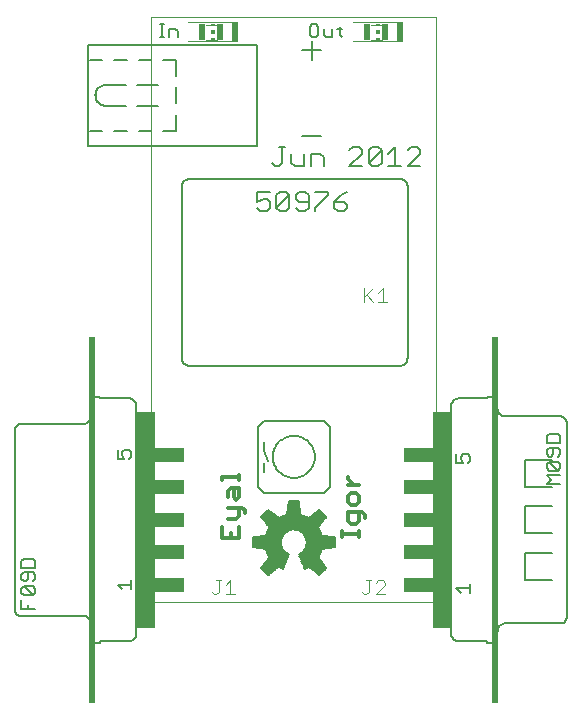
<source format=gto>
G75*
G70*
%OFA0B0*%
%FSLAX24Y24*%
%IPPOS*%
%LPD*%
%AMOC8*
5,1,8,0,0,1.08239X$1,22.5*
%
%ADD10C,0.0060*%
%ADD11C,0.0130*%
%ADD12C,0.0000*%
%ADD13C,0.0050*%
%ADD14R,0.0200X1.2200*%
%ADD15R,0.0984X0.0472*%
%ADD16R,0.0630X0.7244*%
%ADD17C,0.0040*%
%ADD18C,0.0080*%
%ADD19R,0.0118X0.0059*%
%ADD20R,0.0118X0.0118*%
%ADD21R,0.0236X0.0531*%
%ADD22R,0.1634X0.0030*%
%ADD23R,0.0049X0.0591*%
%ADD24R,0.0197X0.0591*%
%ADD25C,0.0070*%
%ADD26C,0.0059*%
D10*
X002780Y002700D02*
X002980Y002700D01*
X002980Y002750D01*
X003930Y002750D01*
X003960Y002752D01*
X003990Y002757D01*
X004019Y002766D01*
X004046Y002779D01*
X004072Y002794D01*
X004096Y002813D01*
X004117Y002834D01*
X004136Y002858D01*
X004151Y002884D01*
X004164Y002911D01*
X004173Y002940D01*
X004178Y002970D01*
X004180Y003000D01*
X004180Y002993D02*
X004180Y010607D01*
X004180Y010600D02*
X004178Y010630D01*
X004173Y010660D01*
X004164Y010689D01*
X004151Y010716D01*
X004136Y010742D01*
X004117Y010766D01*
X004096Y010787D01*
X004072Y010806D01*
X004046Y010821D01*
X004019Y010834D01*
X003990Y010843D01*
X003960Y010848D01*
X003930Y010850D01*
X002980Y010850D01*
X002980Y010900D01*
X002780Y010900D01*
X002659Y010250D02*
X002657Y010220D01*
X002652Y010190D01*
X002643Y010161D01*
X002630Y010134D01*
X002615Y010108D01*
X002596Y010084D01*
X002575Y010063D01*
X002551Y010044D01*
X002525Y010029D01*
X002498Y010016D01*
X002469Y010007D01*
X002439Y010002D01*
X002409Y010000D01*
X000330Y010000D01*
X000304Y009998D01*
X000278Y009993D01*
X000253Y009985D01*
X000230Y009973D01*
X000208Y009959D01*
X000189Y009941D01*
X000171Y009922D01*
X000157Y009900D01*
X000145Y009877D01*
X000137Y009852D01*
X000132Y009826D01*
X000130Y009800D01*
X000130Y003800D01*
X000132Y003774D01*
X000137Y003748D01*
X000145Y003723D01*
X000157Y003700D01*
X000171Y003678D01*
X000189Y003659D01*
X000208Y003641D01*
X000230Y003627D01*
X000253Y003615D01*
X000278Y003607D01*
X000304Y003602D01*
X000330Y003600D01*
X002409Y003600D01*
X002439Y003598D01*
X002469Y003593D01*
X002498Y003584D01*
X002525Y003571D01*
X002551Y003556D01*
X002575Y003537D01*
X002596Y003516D01*
X002615Y003492D01*
X002630Y003466D01*
X002643Y003439D01*
X002652Y003410D01*
X002657Y003380D01*
X002659Y003350D01*
X008317Y017080D02*
X008210Y017187D01*
X008317Y017080D02*
X008530Y017080D01*
X008637Y017187D01*
X008637Y017400D01*
X008530Y017507D01*
X008424Y017507D01*
X008210Y017400D01*
X008210Y017721D01*
X008637Y017721D01*
X008855Y017614D02*
X008961Y017721D01*
X009175Y017721D01*
X009282Y017614D01*
X008855Y017187D01*
X008961Y017080D01*
X009175Y017080D01*
X009282Y017187D01*
X009282Y017614D01*
X009499Y017614D02*
X009499Y017507D01*
X009606Y017400D01*
X009926Y017400D01*
X009926Y017187D02*
X009819Y017080D01*
X009606Y017080D01*
X009499Y017187D01*
X009499Y017614D02*
X009606Y017721D01*
X009819Y017721D01*
X009926Y017614D01*
X009926Y017187D01*
X010144Y017187D02*
X010144Y017080D01*
X010144Y017187D02*
X010571Y017614D01*
X010571Y017721D01*
X010144Y017721D01*
X010788Y017400D02*
X010788Y017187D01*
X010895Y017080D01*
X011108Y017080D01*
X011215Y017187D01*
X011215Y017294D01*
X011108Y017400D01*
X010788Y017400D01*
X011002Y017614D01*
X011215Y017721D01*
X011288Y018580D02*
X011715Y019007D01*
X011715Y019114D01*
X011608Y019221D01*
X011395Y019221D01*
X011288Y019114D01*
X011288Y018580D02*
X011715Y018580D01*
X011933Y018687D02*
X012360Y019114D01*
X012360Y018687D01*
X012253Y018580D01*
X012040Y018580D01*
X011933Y018687D01*
X011933Y019114D01*
X012040Y019221D01*
X012253Y019221D01*
X012360Y019114D01*
X012577Y019007D02*
X012791Y019221D01*
X012791Y018580D01*
X013004Y018580D02*
X012577Y018580D01*
X013222Y018580D02*
X013649Y019007D01*
X013649Y019114D01*
X013542Y019221D01*
X013329Y019221D01*
X013222Y019114D01*
X013222Y018580D02*
X013649Y018580D01*
X010426Y018580D02*
X010426Y018900D01*
X010319Y019007D01*
X009999Y019007D01*
X009999Y018580D01*
X009782Y018580D02*
X009782Y019007D01*
X009782Y018580D02*
X009461Y018580D01*
X009355Y018687D01*
X009355Y019007D01*
X009137Y019221D02*
X008924Y019221D01*
X009030Y019221D02*
X009030Y018687D01*
X008924Y018580D01*
X008817Y018580D01*
X008710Y018687D01*
X008855Y017614D02*
X008855Y017187D01*
X014680Y010607D02*
X014680Y002993D01*
X014680Y003000D02*
X014682Y002970D01*
X014687Y002940D01*
X014696Y002911D01*
X014709Y002884D01*
X014724Y002858D01*
X014743Y002834D01*
X014764Y002813D01*
X014788Y002794D01*
X014814Y002779D01*
X014841Y002766D01*
X014870Y002757D01*
X014900Y002752D01*
X014930Y002750D01*
X015880Y002750D01*
X015880Y002700D01*
X016080Y002700D01*
X016224Y003100D02*
X016226Y003130D01*
X016231Y003160D01*
X016240Y003189D01*
X016253Y003216D01*
X016268Y003242D01*
X016287Y003266D01*
X016308Y003287D01*
X016332Y003306D01*
X016358Y003321D01*
X016385Y003334D01*
X016414Y003343D01*
X016444Y003348D01*
X016474Y003350D01*
X018324Y003350D01*
X018350Y003352D01*
X018376Y003357D01*
X018401Y003365D01*
X018424Y003377D01*
X018446Y003391D01*
X018465Y003409D01*
X018483Y003428D01*
X018497Y003450D01*
X018509Y003473D01*
X018517Y003498D01*
X018522Y003524D01*
X018524Y003550D01*
X018524Y010050D01*
X018522Y010076D01*
X018517Y010102D01*
X018509Y010127D01*
X018497Y010150D01*
X018483Y010172D01*
X018465Y010191D01*
X018446Y010209D01*
X018424Y010223D01*
X018401Y010235D01*
X018376Y010243D01*
X018350Y010248D01*
X018324Y010250D01*
X016474Y010250D01*
X016444Y010252D01*
X016414Y010257D01*
X016385Y010266D01*
X016358Y010279D01*
X016332Y010294D01*
X016308Y010313D01*
X016287Y010334D01*
X016268Y010358D01*
X016253Y010384D01*
X016240Y010411D01*
X016231Y010440D01*
X016226Y010470D01*
X016224Y010500D01*
X015880Y010850D02*
X014930Y010850D01*
X014900Y010848D01*
X014870Y010843D01*
X014841Y010834D01*
X014814Y010821D01*
X014788Y010806D01*
X014764Y010787D01*
X014743Y010766D01*
X014724Y010742D01*
X014709Y010716D01*
X014696Y010689D01*
X014687Y010660D01*
X014682Y010630D01*
X014680Y010600D01*
X015880Y010850D02*
X015880Y010900D01*
X016080Y010900D01*
X017124Y008800D02*
X018024Y008800D01*
X018024Y007900D02*
X017124Y007900D01*
X017124Y008800D01*
X017124Y007250D02*
X018024Y007250D01*
X018024Y006350D02*
X017124Y006350D01*
X017124Y007250D01*
X017124Y005700D02*
X018024Y005700D01*
X018024Y004800D02*
X017124Y004800D01*
X017124Y005700D01*
D11*
X011805Y006857D02*
X011805Y006952D01*
X011710Y007047D01*
X011235Y007047D01*
X011235Y006762D01*
X011330Y006667D01*
X011520Y006667D01*
X011615Y006762D01*
X011615Y007047D01*
X011520Y007311D02*
X011615Y007406D01*
X011615Y007597D01*
X011520Y007692D01*
X011330Y007692D01*
X011235Y007597D01*
X011235Y007406D01*
X011330Y007311D01*
X011520Y007311D01*
X011615Y007956D02*
X011235Y007956D01*
X011425Y007956D02*
X011235Y008146D01*
X011235Y008241D01*
X011045Y006427D02*
X011045Y006237D01*
X011045Y006332D02*
X011615Y006332D01*
X011615Y006237D02*
X011615Y006427D01*
X007805Y007018D02*
X007805Y007113D01*
X007710Y007208D01*
X007235Y007208D01*
X007235Y007568D02*
X007235Y007758D01*
X007330Y007853D01*
X007615Y007853D01*
X007615Y007568D01*
X007520Y007472D01*
X007425Y007568D01*
X007425Y007853D01*
X007615Y008117D02*
X007615Y008307D01*
X007615Y008212D02*
X007045Y008212D01*
X007045Y008117D01*
X007615Y007208D02*
X007615Y006923D01*
X007520Y006828D01*
X007235Y006828D01*
X007045Y006564D02*
X007045Y006183D01*
X007615Y006183D01*
X007615Y006564D01*
X007330Y006373D02*
X007330Y006183D01*
D12*
X004680Y004050D02*
X014180Y004050D01*
X014180Y023550D01*
X004680Y023550D01*
X004680Y004050D01*
D13*
X004013Y004494D02*
X004013Y004795D01*
X004013Y004644D02*
X003562Y004644D01*
X003712Y004494D01*
X000805Y004511D02*
X000805Y004360D01*
X000730Y004285D01*
X000430Y004586D01*
X000730Y004586D01*
X000805Y004511D01*
X000730Y004285D02*
X000430Y004285D01*
X000355Y004360D01*
X000355Y004511D01*
X000430Y004586D01*
X000430Y004746D02*
X000355Y004821D01*
X000355Y004971D01*
X000430Y005046D01*
X000730Y005046D01*
X000805Y004971D01*
X000805Y004821D01*
X000730Y004746D01*
X000580Y004821D02*
X000580Y005046D01*
X000580Y004821D02*
X000505Y004746D01*
X000430Y004746D01*
X000355Y005206D02*
X000355Y005431D01*
X000430Y005506D01*
X000730Y005506D01*
X000805Y005431D01*
X000805Y005206D01*
X000355Y005206D01*
X000355Y004125D02*
X000355Y003825D01*
X000805Y003825D01*
X000580Y003825D02*
X000580Y003975D01*
X003562Y008827D02*
X003788Y008827D01*
X003712Y008977D01*
X003712Y009052D01*
X003788Y009127D01*
X003938Y009127D01*
X004013Y009052D01*
X004013Y008902D01*
X003938Y008827D01*
X003562Y008827D02*
X003562Y009127D01*
X014847Y008983D02*
X014847Y008683D01*
X015072Y008683D01*
X014997Y008833D01*
X014997Y008908D01*
X015072Y008983D01*
X015222Y008983D01*
X015297Y008908D01*
X015297Y008758D01*
X015222Y008683D01*
X017858Y008669D02*
X017933Y008744D01*
X018233Y008444D01*
X018308Y008519D01*
X018308Y008669D01*
X018233Y008744D01*
X017933Y008744D01*
X017858Y008669D02*
X017858Y008519D01*
X017933Y008444D01*
X018233Y008444D01*
X018308Y008284D02*
X017858Y008284D01*
X018008Y008134D01*
X017858Y007983D01*
X018308Y007983D01*
X018233Y008904D02*
X018308Y008979D01*
X018308Y009129D01*
X018233Y009204D01*
X017933Y009204D01*
X017858Y009129D01*
X017858Y008979D01*
X017933Y008904D01*
X018008Y008904D01*
X018083Y008979D01*
X018083Y009204D01*
X017858Y009365D02*
X018308Y009365D01*
X018308Y009590D01*
X018233Y009665D01*
X017933Y009665D01*
X017858Y009590D01*
X017858Y009365D01*
X015297Y004676D02*
X015297Y004375D01*
X015297Y004525D02*
X014847Y004525D01*
X014997Y004375D01*
D14*
X016141Y006800D03*
X002719Y006800D03*
D15*
X005271Y006800D03*
X005271Y005720D03*
X005271Y004640D03*
X005271Y007880D03*
X005271Y008960D03*
X013589Y008960D03*
X013589Y007880D03*
X013589Y006800D03*
X013589Y005720D03*
X013589Y004640D03*
D16*
X014357Y006800D03*
X004503Y006800D03*
D17*
X006700Y004397D02*
X006777Y004320D01*
X006853Y004320D01*
X006930Y004397D01*
X006930Y004780D01*
X006853Y004780D02*
X007007Y004780D01*
X007160Y004627D02*
X007314Y004780D01*
X007314Y004320D01*
X007467Y004320D02*
X007160Y004320D01*
X011700Y004397D02*
X011777Y004320D01*
X011853Y004320D01*
X011930Y004397D01*
X011930Y004780D01*
X011853Y004780D02*
X012007Y004780D01*
X012160Y004704D02*
X012237Y004780D01*
X012391Y004780D01*
X012467Y004704D01*
X012467Y004627D01*
X012160Y004320D01*
X012467Y004320D01*
X012393Y014070D02*
X012393Y014530D01*
X012240Y014377D01*
X012086Y014530D02*
X011779Y014223D01*
X011856Y014300D02*
X012086Y014070D01*
X012240Y014070D02*
X012547Y014070D01*
X011779Y014070D02*
X011779Y014530D01*
X011993Y022804D02*
X012357Y022804D01*
X012357Y023296D02*
X012003Y023296D01*
X006857Y023296D02*
X006503Y023296D01*
X006493Y022804D02*
X006857Y022804D01*
D18*
X005499Y022131D02*
X005499Y021606D01*
X005499Y021212D02*
X005499Y020688D01*
X005499Y020294D02*
X005499Y019769D01*
X005076Y019769D01*
X004682Y019769D02*
X004259Y019769D01*
X003865Y019769D02*
X003442Y019769D01*
X003048Y019769D02*
X002625Y019769D01*
X002586Y019257D02*
X005715Y019257D01*
X005944Y018160D02*
X012983Y018160D01*
X013012Y018158D01*
X013040Y018153D01*
X013068Y018144D01*
X013095Y018133D01*
X013119Y018118D01*
X013142Y018100D01*
X013163Y018079D01*
X013181Y018056D01*
X013196Y018032D01*
X013207Y018005D01*
X013216Y017977D01*
X013221Y017949D01*
X013223Y017920D01*
X013223Y012180D01*
X013221Y012151D01*
X013216Y012123D01*
X013207Y012095D01*
X013196Y012068D01*
X013181Y012044D01*
X013163Y012021D01*
X013142Y012000D01*
X013119Y011982D01*
X013095Y011967D01*
X013068Y011956D01*
X013040Y011947D01*
X013012Y011942D01*
X012983Y011940D01*
X005944Y011940D01*
X005915Y011942D01*
X005887Y011947D01*
X005859Y011956D01*
X005832Y011967D01*
X005808Y011982D01*
X005785Y012000D01*
X005764Y012021D01*
X005746Y012044D01*
X005731Y012068D01*
X005720Y012095D01*
X005711Y012123D01*
X005706Y012151D01*
X005704Y012180D01*
X005704Y017920D01*
X005706Y017949D01*
X005711Y017977D01*
X005720Y018005D01*
X005731Y018032D01*
X005746Y018056D01*
X005764Y018079D01*
X005785Y018100D01*
X005808Y018118D01*
X005832Y018133D01*
X005859Y018144D01*
X005887Y018153D01*
X005915Y018158D01*
X005944Y018160D01*
X007586Y019257D02*
X008215Y019257D01*
X008215Y019887D01*
X008215Y019257D02*
X008215Y022643D01*
X008215Y022013D01*
X008215Y022643D02*
X002586Y022643D01*
X002586Y019257D01*
X008215Y019257D01*
X009720Y019587D02*
X010334Y019587D01*
X010027Y022143D02*
X010027Y022757D01*
X009720Y022450D02*
X010334Y022450D01*
X005499Y022131D02*
X005078Y022131D01*
X004684Y022131D02*
X004264Y022131D01*
X003870Y022131D02*
X003449Y022131D01*
X003055Y022131D02*
X002635Y022131D01*
X003137Y021304D02*
X003826Y021304D01*
X004219Y021304D02*
X004908Y021304D01*
X004908Y020596D02*
X004219Y020596D01*
X003826Y020596D02*
X003137Y020596D01*
X003136Y020595D02*
X003100Y020602D01*
X003064Y020612D01*
X003030Y020625D01*
X002997Y020642D01*
X002966Y020663D01*
X002937Y020686D01*
X002911Y020713D01*
X002888Y020742D01*
X002868Y020773D01*
X002851Y020806D01*
X002838Y020841D01*
X002829Y020876D01*
X002823Y020913D01*
X002821Y020950D01*
X002823Y020987D01*
X002829Y021024D01*
X002838Y021059D01*
X002851Y021094D01*
X002868Y021127D01*
X002888Y021158D01*
X002911Y021187D01*
X002937Y021214D01*
X002966Y021237D01*
X002997Y021258D01*
X003030Y021275D01*
X003064Y021288D01*
X003100Y021298D01*
X003136Y021305D01*
X008430Y010100D02*
X008580Y010100D01*
X010280Y010100D01*
X010430Y010100D01*
X010630Y009900D01*
X010630Y009300D01*
X010630Y009293D02*
X010630Y008500D01*
X010630Y007900D01*
X010430Y007700D01*
X010280Y007700D01*
X008580Y007700D01*
X008430Y007700D01*
X008230Y007900D01*
X008230Y008500D01*
X008230Y009305D01*
X008230Y009300D02*
X008230Y009900D01*
X008430Y010100D01*
X008430Y009400D02*
X008430Y009100D01*
X008580Y008750D01*
X008430Y008700D02*
X008430Y008400D01*
X008730Y008900D02*
X008732Y008952D01*
X008738Y009004D01*
X008748Y009056D01*
X008761Y009106D01*
X008778Y009156D01*
X008799Y009204D01*
X008824Y009250D01*
X008852Y009294D01*
X008883Y009336D01*
X008917Y009376D01*
X008954Y009413D01*
X008994Y009447D01*
X009036Y009478D01*
X009080Y009506D01*
X009126Y009531D01*
X009174Y009552D01*
X009224Y009569D01*
X009274Y009582D01*
X009326Y009592D01*
X009378Y009598D01*
X009430Y009600D01*
X009482Y009598D01*
X009534Y009592D01*
X009586Y009582D01*
X009636Y009569D01*
X009686Y009552D01*
X009734Y009531D01*
X009780Y009506D01*
X009824Y009478D01*
X009866Y009447D01*
X009906Y009413D01*
X009943Y009376D01*
X009977Y009336D01*
X010008Y009294D01*
X010036Y009250D01*
X010061Y009204D01*
X010082Y009156D01*
X010099Y009106D01*
X010112Y009056D01*
X010122Y009004D01*
X010128Y008952D01*
X010130Y008900D01*
X010128Y008848D01*
X010122Y008796D01*
X010112Y008744D01*
X010099Y008694D01*
X010082Y008644D01*
X010061Y008596D01*
X010036Y008550D01*
X010008Y008506D01*
X009977Y008464D01*
X009943Y008424D01*
X009906Y008387D01*
X009866Y008353D01*
X009824Y008322D01*
X009780Y008294D01*
X009734Y008269D01*
X009686Y008248D01*
X009636Y008231D01*
X009586Y008218D01*
X009534Y008208D01*
X009482Y008202D01*
X009430Y008200D01*
X009378Y008202D01*
X009326Y008208D01*
X009274Y008218D01*
X009224Y008231D01*
X009174Y008248D01*
X009126Y008269D01*
X009080Y008294D01*
X009036Y008322D01*
X008994Y008353D01*
X008954Y008387D01*
X008917Y008424D01*
X008883Y008464D01*
X008852Y008506D01*
X008824Y008550D01*
X008799Y008596D01*
X008778Y008644D01*
X008761Y008694D01*
X008748Y008744D01*
X008738Y008796D01*
X008732Y008848D01*
X008730Y008900D01*
D19*
X006739Y022814D03*
X006739Y023286D03*
X012239Y023286D03*
X012239Y022814D03*
D20*
X012239Y023050D03*
X006739Y023050D03*
D21*
X006975Y023050D03*
X006385Y023050D03*
X011885Y023050D03*
X012475Y023050D03*
D22*
X012249Y022740D03*
X012249Y023360D03*
X006749Y023360D03*
X006749Y022740D03*
D23*
X005957Y023050D03*
X011457Y023050D03*
D24*
X012967Y023050D03*
X007467Y023050D03*
D25*
X005559Y023100D02*
X005559Y022885D01*
X005559Y023100D02*
X005487Y023172D01*
X005272Y023172D01*
X005272Y022885D01*
X005108Y022885D02*
X004965Y022885D01*
X005037Y022885D02*
X005037Y023315D01*
X005108Y023315D02*
X004965Y023315D01*
X009965Y023244D02*
X009965Y022957D01*
X010037Y022885D01*
X010180Y022885D01*
X010252Y022957D01*
X010252Y023244D01*
X010180Y023315D01*
X010037Y023315D01*
X009965Y023244D01*
X010425Y023172D02*
X010425Y022957D01*
X010497Y022885D01*
X010712Y022885D01*
X010712Y023172D01*
X010886Y023172D02*
X011029Y023172D01*
X010958Y023244D02*
X010958Y022957D01*
X011029Y022885D01*
D26*
X009598Y007418D02*
X009262Y007418D01*
X009217Y006973D01*
X009116Y006944D01*
X009020Y006904D01*
X008928Y006853D01*
X008582Y007136D01*
X008344Y006898D01*
X008627Y006552D01*
X008576Y006460D01*
X008536Y006364D01*
X008507Y006263D01*
X008062Y006218D01*
X008062Y005882D01*
X008507Y005837D01*
X008536Y005736D01*
X008576Y005640D01*
X008627Y005548D01*
X008344Y005202D01*
X008582Y004964D01*
X008928Y005247D01*
X008996Y005208D01*
X009067Y005175D01*
X009265Y005652D01*
X009201Y005685D01*
X009143Y005729D01*
X009093Y005782D01*
X009053Y005842D01*
X009024Y005908D01*
X009005Y005978D01*
X008999Y006050D01*
X009007Y006130D01*
X009029Y006208D01*
X009066Y006280D01*
X009115Y006344D01*
X009176Y006398D01*
X009245Y006439D01*
X009321Y006467D01*
X009401Y006480D01*
X009481Y006478D01*
X009560Y006460D01*
X009635Y006429D01*
X009702Y006384D01*
X009759Y006327D01*
X009805Y006261D01*
X009838Y006187D01*
X009857Y006109D01*
X009860Y006028D01*
X009848Y005948D01*
X009822Y005872D01*
X009782Y005802D01*
X009729Y005740D01*
X009666Y005690D01*
X009595Y005652D01*
X009793Y005175D01*
X009864Y005208D01*
X009932Y005247D01*
X010278Y004964D01*
X010516Y005202D01*
X010233Y005548D01*
X010284Y005640D01*
X010324Y005736D01*
X010353Y005837D01*
X010798Y005882D01*
X010798Y006218D01*
X010353Y006263D01*
X010324Y006364D01*
X010284Y006460D01*
X010233Y006552D01*
X010516Y006898D01*
X010278Y007136D01*
X009932Y006853D01*
X009840Y006904D01*
X009744Y006944D01*
X009643Y006973D01*
X009598Y007418D01*
X009601Y007388D02*
X009259Y007388D01*
X009253Y007331D02*
X009607Y007331D01*
X009613Y007273D02*
X009247Y007273D01*
X009242Y007216D02*
X009618Y007216D01*
X009624Y007158D02*
X009236Y007158D01*
X009230Y007100D02*
X009630Y007100D01*
X009636Y007043D02*
X009224Y007043D01*
X009218Y006985D02*
X009642Y006985D01*
X009783Y006928D02*
X009077Y006928D01*
X008958Y006870D02*
X009902Y006870D01*
X009953Y006870D02*
X010493Y006870D01*
X010486Y006928D02*
X010023Y006928D01*
X010094Y006985D02*
X010429Y006985D01*
X010371Y007043D02*
X010164Y007043D01*
X010235Y007100D02*
X010314Y007100D01*
X010446Y006813D02*
X008414Y006813D01*
X008367Y006870D02*
X008907Y006870D01*
X008837Y006928D02*
X008374Y006928D01*
X008431Y006985D02*
X008766Y006985D01*
X008696Y007043D02*
X008489Y007043D01*
X008546Y007100D02*
X008625Y007100D01*
X008461Y006755D02*
X010399Y006755D01*
X010352Y006698D02*
X008508Y006698D01*
X008555Y006640D02*
X010305Y006640D01*
X010258Y006582D02*
X008602Y006582D01*
X008612Y006525D02*
X010248Y006525D01*
X010280Y006467D02*
X009529Y006467D01*
X009663Y006410D02*
X010305Y006410D01*
X010327Y006352D02*
X009734Y006352D01*
X009782Y006295D02*
X010344Y006295D01*
X010609Y006237D02*
X009816Y006237D01*
X009840Y006180D02*
X010798Y006180D01*
X010798Y006122D02*
X009853Y006122D01*
X009858Y006064D02*
X010798Y006064D01*
X010798Y006007D02*
X009857Y006007D01*
X009849Y005949D02*
X010798Y005949D01*
X010798Y005892D02*
X009829Y005892D01*
X009800Y005834D02*
X010352Y005834D01*
X010336Y005777D02*
X009760Y005777D01*
X009703Y005719D02*
X010317Y005719D01*
X010293Y005662D02*
X009613Y005662D01*
X009615Y005604D02*
X010264Y005604D01*
X010235Y005546D02*
X009639Y005546D01*
X009662Y005489D02*
X010282Y005489D01*
X010329Y005431D02*
X009686Y005431D01*
X009710Y005374D02*
X010375Y005374D01*
X010422Y005316D02*
X009734Y005316D01*
X009758Y005259D02*
X010469Y005259D01*
X010515Y005201D02*
X009988Y005201D01*
X010058Y005144D02*
X010458Y005144D01*
X010400Y005086D02*
X010129Y005086D01*
X010200Y005028D02*
X010343Y005028D01*
X010285Y004971D02*
X010270Y004971D01*
X009849Y005201D02*
X009782Y005201D01*
X009174Y005431D02*
X008531Y005431D01*
X008485Y005374D02*
X009150Y005374D01*
X009126Y005316D02*
X008438Y005316D01*
X008391Y005259D02*
X009102Y005259D01*
X009078Y005201D02*
X009011Y005201D01*
X008872Y005201D02*
X008345Y005201D01*
X008402Y005144D02*
X008802Y005144D01*
X008731Y005086D02*
X008460Y005086D01*
X008517Y005028D02*
X008660Y005028D01*
X008590Y004971D02*
X008575Y004971D01*
X008578Y005489D02*
X009198Y005489D01*
X009221Y005546D02*
X008625Y005546D01*
X008596Y005604D02*
X009245Y005604D01*
X009247Y005662D02*
X008567Y005662D01*
X008543Y005719D02*
X009156Y005719D01*
X009098Y005777D02*
X008524Y005777D01*
X008508Y005834D02*
X009058Y005834D01*
X009031Y005892D02*
X008062Y005892D01*
X008062Y005949D02*
X009013Y005949D01*
X009003Y006007D02*
X008062Y006007D01*
X008062Y006064D02*
X009001Y006064D01*
X009006Y006122D02*
X008062Y006122D01*
X008062Y006180D02*
X009021Y006180D01*
X009044Y006237D02*
X008251Y006237D01*
X008516Y006295D02*
X009077Y006295D01*
X009125Y006352D02*
X008533Y006352D01*
X008555Y006410D02*
X009196Y006410D01*
X009325Y006467D02*
X008580Y006467D01*
M02*

</source>
